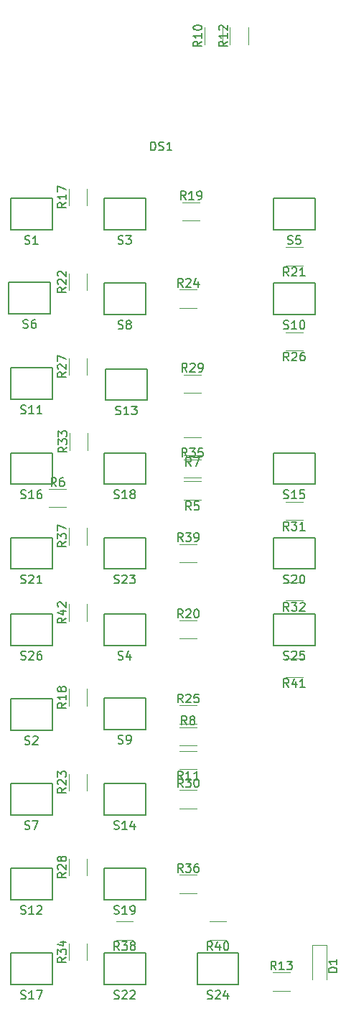
<source format=gbr>
G04 #@! TF.FileFunction,Legend,Top*
%FSLAX46Y46*%
G04 Gerber Fmt 4.6, Leading zero omitted, Abs format (unit mm)*
G04 Created by KiCad (PCBNEW 4.0.6) date 07/28/17 14:14:33*
%MOMM*%
%LPD*%
G01*
G04 APERTURE LIST*
%ADD10C,0.100000*%
%ADD11C,0.150000*%
%ADD12C,0.120000*%
G04 APERTURE END LIST*
D10*
D11*
X70450000Y-113150000D02*
X65550000Y-113150000D01*
X65550000Y-113150000D02*
X65550000Y-116850000D01*
X65550000Y-116850000D02*
X70450000Y-116850000D01*
X70450000Y-116850000D02*
X70450000Y-113150000D01*
X101450000Y-113150000D02*
X96550000Y-113150000D01*
X96550000Y-113150000D02*
X96550000Y-116850000D01*
X96550000Y-116850000D02*
X101450000Y-116850000D01*
X101450000Y-116850000D02*
X101450000Y-113150000D01*
X92450000Y-153150000D02*
X87550000Y-153150000D01*
X87550000Y-153150000D02*
X87550000Y-156850000D01*
X87550000Y-156850000D02*
X92450000Y-156850000D01*
X92450000Y-156850000D02*
X92450000Y-153150000D01*
X81450000Y-104150000D02*
X76550000Y-104150000D01*
X76550000Y-104150000D02*
X76550000Y-107850000D01*
X76550000Y-107850000D02*
X81450000Y-107850000D01*
X81450000Y-107850000D02*
X81450000Y-104150000D01*
X81450000Y-153150000D02*
X76550000Y-153150000D01*
X76550000Y-153150000D02*
X76550000Y-156850000D01*
X76550000Y-156850000D02*
X81450000Y-156850000D01*
X81450000Y-156850000D02*
X81450000Y-153150000D01*
X70450000Y-104150000D02*
X65550000Y-104150000D01*
X65550000Y-104150000D02*
X65550000Y-107850000D01*
X65550000Y-107850000D02*
X70450000Y-107850000D01*
X70450000Y-107850000D02*
X70450000Y-104150000D01*
X101450000Y-104150000D02*
X96550000Y-104150000D01*
X96550000Y-104150000D02*
X96550000Y-107850000D01*
X96550000Y-107850000D02*
X101450000Y-107850000D01*
X101450000Y-107850000D02*
X101450000Y-104150000D01*
X81450000Y-143150000D02*
X76550000Y-143150000D01*
X76550000Y-143150000D02*
X76550000Y-146850000D01*
X76550000Y-146850000D02*
X81450000Y-146850000D01*
X81450000Y-146850000D02*
X81450000Y-143150000D01*
X81450000Y-94150000D02*
X76550000Y-94150000D01*
X76550000Y-94150000D02*
X76550000Y-97850000D01*
X76550000Y-97850000D02*
X81450000Y-97850000D01*
X81450000Y-97850000D02*
X81450000Y-94150000D01*
X70450000Y-153150000D02*
X65550000Y-153150000D01*
X65550000Y-153150000D02*
X65550000Y-156850000D01*
X65550000Y-156850000D02*
X70450000Y-156850000D01*
X70450000Y-156850000D02*
X70450000Y-153150000D01*
X70450000Y-94150000D02*
X65550000Y-94150000D01*
X65550000Y-94150000D02*
X65550000Y-97850000D01*
X65550000Y-97850000D02*
X70450000Y-97850000D01*
X70450000Y-97850000D02*
X70450000Y-94150000D01*
X101450000Y-94150000D02*
X96550000Y-94150000D01*
X96550000Y-94150000D02*
X96550000Y-97850000D01*
X96550000Y-97850000D02*
X101450000Y-97850000D01*
X101450000Y-97850000D02*
X101450000Y-94150000D01*
X81450000Y-133150000D02*
X76550000Y-133150000D01*
X76550000Y-133150000D02*
X76550000Y-136850000D01*
X76550000Y-136850000D02*
X81450000Y-136850000D01*
X81450000Y-136850000D02*
X81450000Y-133150000D01*
X81650000Y-84250000D02*
X76750000Y-84250000D01*
X76750000Y-84250000D02*
X76750000Y-87950000D01*
X76750000Y-87950000D02*
X81650000Y-87950000D01*
X81650000Y-87950000D02*
X81650000Y-84250000D01*
X70450000Y-143150000D02*
X65550000Y-143150000D01*
X65550000Y-143150000D02*
X65550000Y-146850000D01*
X65550000Y-146850000D02*
X70450000Y-146850000D01*
X70450000Y-146850000D02*
X70450000Y-143150000D01*
X101450000Y-74150000D02*
X96550000Y-74150000D01*
X96550000Y-74150000D02*
X96550000Y-77850000D01*
X96550000Y-77850000D02*
X101450000Y-77850000D01*
X101450000Y-77850000D02*
X101450000Y-74150000D01*
X81450000Y-123050000D02*
X76550000Y-123050000D01*
X76550000Y-123050000D02*
X76550000Y-126750000D01*
X76550000Y-126750000D02*
X81450000Y-126750000D01*
X81450000Y-126750000D02*
X81450000Y-123050000D01*
X81450000Y-74150000D02*
X76550000Y-74150000D01*
X76550000Y-74150000D02*
X76550000Y-77850000D01*
X76550000Y-77850000D02*
X81450000Y-77850000D01*
X81450000Y-77850000D02*
X81450000Y-74150000D01*
X70450000Y-133150000D02*
X65550000Y-133150000D01*
X65550000Y-133150000D02*
X65550000Y-136850000D01*
X65550000Y-136850000D02*
X70450000Y-136850000D01*
X70450000Y-136850000D02*
X70450000Y-133150000D01*
X70250000Y-74050000D02*
X65350000Y-74050000D01*
X65350000Y-74050000D02*
X65350000Y-77750000D01*
X65350000Y-77750000D02*
X70250000Y-77750000D01*
X70250000Y-77750000D02*
X70250000Y-74050000D01*
X81450000Y-113150000D02*
X76550000Y-113150000D01*
X76550000Y-113150000D02*
X76550000Y-116850000D01*
X76550000Y-116850000D02*
X81450000Y-116850000D01*
X81450000Y-116850000D02*
X81450000Y-113150000D01*
X81450000Y-64150000D02*
X76550000Y-64150000D01*
X76550000Y-64150000D02*
X76550000Y-67850000D01*
X76550000Y-67850000D02*
X81450000Y-67850000D01*
X81450000Y-67850000D02*
X81450000Y-64150000D01*
X70450000Y-123150000D02*
X65550000Y-123150000D01*
X65550000Y-123150000D02*
X65550000Y-126850000D01*
X65550000Y-126850000D02*
X70450000Y-126850000D01*
X70450000Y-126850000D02*
X70450000Y-123150000D01*
X70450000Y-64150000D02*
X65550000Y-64150000D01*
X65550000Y-64150000D02*
X65550000Y-67850000D01*
X65550000Y-67850000D02*
X70450000Y-67850000D01*
X70450000Y-67850000D02*
X70450000Y-64150000D01*
D12*
X74570000Y-112000000D02*
X74570000Y-114000000D01*
X72430000Y-114000000D02*
X72430000Y-112000000D01*
X98000000Y-118430000D02*
X100000000Y-118430000D01*
X100000000Y-120570000D02*
X98000000Y-120570000D01*
X89000000Y-149430000D02*
X91000000Y-149430000D01*
X91000000Y-151570000D02*
X89000000Y-151570000D01*
X87500000Y-107070000D02*
X85500000Y-107070000D01*
X85500000Y-104930000D02*
X87500000Y-104930000D01*
X78000000Y-149430000D02*
X80000000Y-149430000D01*
X80000000Y-151570000D02*
X78000000Y-151570000D01*
X74570000Y-103000000D02*
X74570000Y-105000000D01*
X72430000Y-105000000D02*
X72430000Y-103000000D01*
X87500000Y-146070000D02*
X85500000Y-146070000D01*
X85500000Y-143930000D02*
X87500000Y-143930000D01*
X88000000Y-97070000D02*
X86000000Y-97070000D01*
X86000000Y-94930000D02*
X88000000Y-94930000D01*
X74570000Y-152000000D02*
X74570000Y-154000000D01*
X72430000Y-154000000D02*
X72430000Y-152000000D01*
X74670000Y-91850000D02*
X74670000Y-93850000D01*
X72530000Y-93850000D02*
X72530000Y-91850000D01*
X98000000Y-109430000D02*
X100000000Y-109430000D01*
X100000000Y-111570000D02*
X98000000Y-111570000D01*
X98000000Y-99930000D02*
X100000000Y-99930000D01*
X100000000Y-102070000D02*
X98000000Y-102070000D01*
X87500000Y-136070000D02*
X85500000Y-136070000D01*
X85500000Y-133930000D02*
X87500000Y-133930000D01*
X88000000Y-87070000D02*
X86000000Y-87070000D01*
X86000000Y-84930000D02*
X88000000Y-84930000D01*
X74570000Y-142000000D02*
X74570000Y-144000000D01*
X72430000Y-144000000D02*
X72430000Y-142000000D01*
X74570000Y-83000000D02*
X74570000Y-85000000D01*
X72430000Y-85000000D02*
X72430000Y-83000000D01*
X98000000Y-79930000D02*
X100000000Y-79930000D01*
X100000000Y-82070000D02*
X98000000Y-82070000D01*
X87500000Y-126070000D02*
X85500000Y-126070000D01*
X85500000Y-123930000D02*
X87500000Y-123930000D01*
X87500000Y-77070000D02*
X85500000Y-77070000D01*
X85500000Y-74930000D02*
X87500000Y-74930000D01*
X74570000Y-132000000D02*
X74570000Y-134000000D01*
X72430000Y-134000000D02*
X72430000Y-132000000D01*
X74570000Y-73000000D02*
X74570000Y-75000000D01*
X72430000Y-75000000D02*
X72430000Y-73000000D01*
X98000000Y-69930000D02*
X100000000Y-69930000D01*
X100000000Y-72070000D02*
X98000000Y-72070000D01*
X87500000Y-116070000D02*
X85500000Y-116070000D01*
X85500000Y-113930000D02*
X87500000Y-113930000D01*
X87850000Y-66770000D02*
X85850000Y-66770000D01*
X85850000Y-64630000D02*
X87850000Y-64630000D01*
X74570000Y-122000000D02*
X74570000Y-124000000D01*
X72430000Y-124000000D02*
X72430000Y-122000000D01*
X74570000Y-63000000D02*
X74570000Y-65000000D01*
X72430000Y-65000000D02*
X72430000Y-63000000D01*
X98500000Y-157570000D02*
X96500000Y-157570000D01*
X96500000Y-155430000D02*
X98500000Y-155430000D01*
X93570000Y-44000000D02*
X93570000Y-46000000D01*
X91430000Y-46000000D02*
X91430000Y-44000000D01*
X85500000Y-129330000D02*
X87500000Y-129330000D01*
X87500000Y-131470000D02*
X85500000Y-131470000D01*
X90570000Y-44000000D02*
X90570000Y-46000000D01*
X88430000Y-46000000D02*
X88430000Y-44000000D01*
X87500000Y-128670000D02*
X85500000Y-128670000D01*
X85500000Y-126530000D02*
X87500000Y-126530000D01*
X86000000Y-92330000D02*
X88000000Y-92330000D01*
X88000000Y-94470000D02*
X86000000Y-94470000D01*
X72100000Y-100570000D02*
X70100000Y-100570000D01*
X70100000Y-98430000D02*
X72100000Y-98430000D01*
X86000000Y-97530000D02*
X88000000Y-97530000D01*
X88000000Y-99670000D02*
X86000000Y-99670000D01*
X102850000Y-152150000D02*
X101150000Y-152150000D01*
X101150000Y-152200000D02*
X101150000Y-156250000D01*
X102850000Y-152200000D02*
X102850000Y-156250000D01*
D11*
X101450000Y-64150000D02*
X96550000Y-64150000D01*
X96550000Y-64150000D02*
X96550000Y-67850000D01*
X96550000Y-67850000D02*
X101450000Y-67850000D01*
X101450000Y-67850000D02*
X101450000Y-64150000D01*
X70450000Y-84150000D02*
X65550000Y-84150000D01*
X65550000Y-84150000D02*
X65550000Y-87850000D01*
X65550000Y-87850000D02*
X70450000Y-87850000D01*
X70450000Y-87850000D02*
X70450000Y-84150000D01*
X82085714Y-58502381D02*
X82085714Y-57502381D01*
X82323809Y-57502381D01*
X82466667Y-57550000D01*
X82561905Y-57645238D01*
X82609524Y-57740476D01*
X82657143Y-57930952D01*
X82657143Y-58073810D01*
X82609524Y-58264286D01*
X82561905Y-58359524D01*
X82466667Y-58454762D01*
X82323809Y-58502381D01*
X82085714Y-58502381D01*
X83038095Y-58454762D02*
X83180952Y-58502381D01*
X83419048Y-58502381D01*
X83514286Y-58454762D01*
X83561905Y-58407143D01*
X83609524Y-58311905D01*
X83609524Y-58216667D01*
X83561905Y-58121429D01*
X83514286Y-58073810D01*
X83419048Y-58026190D01*
X83228571Y-57978571D01*
X83133333Y-57930952D01*
X83085714Y-57883333D01*
X83038095Y-57788095D01*
X83038095Y-57692857D01*
X83085714Y-57597619D01*
X83133333Y-57550000D01*
X83228571Y-57502381D01*
X83466667Y-57502381D01*
X83609524Y-57550000D01*
X84561905Y-58502381D02*
X83990476Y-58502381D01*
X84276190Y-58502381D02*
X84276190Y-57502381D01*
X84180952Y-57645238D01*
X84085714Y-57740476D01*
X83990476Y-57788095D01*
X66761905Y-118504762D02*
X66904762Y-118552381D01*
X67142858Y-118552381D01*
X67238096Y-118504762D01*
X67285715Y-118457143D01*
X67333334Y-118361905D01*
X67333334Y-118266667D01*
X67285715Y-118171429D01*
X67238096Y-118123810D01*
X67142858Y-118076190D01*
X66952381Y-118028571D01*
X66857143Y-117980952D01*
X66809524Y-117933333D01*
X66761905Y-117838095D01*
X66761905Y-117742857D01*
X66809524Y-117647619D01*
X66857143Y-117600000D01*
X66952381Y-117552381D01*
X67190477Y-117552381D01*
X67333334Y-117600000D01*
X67714286Y-117647619D02*
X67761905Y-117600000D01*
X67857143Y-117552381D01*
X68095239Y-117552381D01*
X68190477Y-117600000D01*
X68238096Y-117647619D01*
X68285715Y-117742857D01*
X68285715Y-117838095D01*
X68238096Y-117980952D01*
X67666667Y-118552381D01*
X68285715Y-118552381D01*
X69142858Y-117552381D02*
X68952381Y-117552381D01*
X68857143Y-117600000D01*
X68809524Y-117647619D01*
X68714286Y-117790476D01*
X68666667Y-117980952D01*
X68666667Y-118361905D01*
X68714286Y-118457143D01*
X68761905Y-118504762D01*
X68857143Y-118552381D01*
X69047620Y-118552381D01*
X69142858Y-118504762D01*
X69190477Y-118457143D01*
X69238096Y-118361905D01*
X69238096Y-118123810D01*
X69190477Y-118028571D01*
X69142858Y-117980952D01*
X69047620Y-117933333D01*
X68857143Y-117933333D01*
X68761905Y-117980952D01*
X68714286Y-118028571D01*
X68666667Y-118123810D01*
X97761905Y-118504762D02*
X97904762Y-118552381D01*
X98142858Y-118552381D01*
X98238096Y-118504762D01*
X98285715Y-118457143D01*
X98333334Y-118361905D01*
X98333334Y-118266667D01*
X98285715Y-118171429D01*
X98238096Y-118123810D01*
X98142858Y-118076190D01*
X97952381Y-118028571D01*
X97857143Y-117980952D01*
X97809524Y-117933333D01*
X97761905Y-117838095D01*
X97761905Y-117742857D01*
X97809524Y-117647619D01*
X97857143Y-117600000D01*
X97952381Y-117552381D01*
X98190477Y-117552381D01*
X98333334Y-117600000D01*
X98714286Y-117647619D02*
X98761905Y-117600000D01*
X98857143Y-117552381D01*
X99095239Y-117552381D01*
X99190477Y-117600000D01*
X99238096Y-117647619D01*
X99285715Y-117742857D01*
X99285715Y-117838095D01*
X99238096Y-117980952D01*
X98666667Y-118552381D01*
X99285715Y-118552381D01*
X100190477Y-117552381D02*
X99714286Y-117552381D01*
X99666667Y-118028571D01*
X99714286Y-117980952D01*
X99809524Y-117933333D01*
X100047620Y-117933333D01*
X100142858Y-117980952D01*
X100190477Y-118028571D01*
X100238096Y-118123810D01*
X100238096Y-118361905D01*
X100190477Y-118457143D01*
X100142858Y-118504762D01*
X100047620Y-118552381D01*
X99809524Y-118552381D01*
X99714286Y-118504762D01*
X99666667Y-118457143D01*
X88761905Y-158504762D02*
X88904762Y-158552381D01*
X89142858Y-158552381D01*
X89238096Y-158504762D01*
X89285715Y-158457143D01*
X89333334Y-158361905D01*
X89333334Y-158266667D01*
X89285715Y-158171429D01*
X89238096Y-158123810D01*
X89142858Y-158076190D01*
X88952381Y-158028571D01*
X88857143Y-157980952D01*
X88809524Y-157933333D01*
X88761905Y-157838095D01*
X88761905Y-157742857D01*
X88809524Y-157647619D01*
X88857143Y-157600000D01*
X88952381Y-157552381D01*
X89190477Y-157552381D01*
X89333334Y-157600000D01*
X89714286Y-157647619D02*
X89761905Y-157600000D01*
X89857143Y-157552381D01*
X90095239Y-157552381D01*
X90190477Y-157600000D01*
X90238096Y-157647619D01*
X90285715Y-157742857D01*
X90285715Y-157838095D01*
X90238096Y-157980952D01*
X89666667Y-158552381D01*
X90285715Y-158552381D01*
X91142858Y-157885714D02*
X91142858Y-158552381D01*
X90904762Y-157504762D02*
X90666667Y-158219048D01*
X91285715Y-158219048D01*
X77761905Y-109504762D02*
X77904762Y-109552381D01*
X78142858Y-109552381D01*
X78238096Y-109504762D01*
X78285715Y-109457143D01*
X78333334Y-109361905D01*
X78333334Y-109266667D01*
X78285715Y-109171429D01*
X78238096Y-109123810D01*
X78142858Y-109076190D01*
X77952381Y-109028571D01*
X77857143Y-108980952D01*
X77809524Y-108933333D01*
X77761905Y-108838095D01*
X77761905Y-108742857D01*
X77809524Y-108647619D01*
X77857143Y-108600000D01*
X77952381Y-108552381D01*
X78190477Y-108552381D01*
X78333334Y-108600000D01*
X78714286Y-108647619D02*
X78761905Y-108600000D01*
X78857143Y-108552381D01*
X79095239Y-108552381D01*
X79190477Y-108600000D01*
X79238096Y-108647619D01*
X79285715Y-108742857D01*
X79285715Y-108838095D01*
X79238096Y-108980952D01*
X78666667Y-109552381D01*
X79285715Y-109552381D01*
X79619048Y-108552381D02*
X80238096Y-108552381D01*
X79904762Y-108933333D01*
X80047620Y-108933333D01*
X80142858Y-108980952D01*
X80190477Y-109028571D01*
X80238096Y-109123810D01*
X80238096Y-109361905D01*
X80190477Y-109457143D01*
X80142858Y-109504762D01*
X80047620Y-109552381D01*
X79761905Y-109552381D01*
X79666667Y-109504762D01*
X79619048Y-109457143D01*
X77761905Y-158504762D02*
X77904762Y-158552381D01*
X78142858Y-158552381D01*
X78238096Y-158504762D01*
X78285715Y-158457143D01*
X78333334Y-158361905D01*
X78333334Y-158266667D01*
X78285715Y-158171429D01*
X78238096Y-158123810D01*
X78142858Y-158076190D01*
X77952381Y-158028571D01*
X77857143Y-157980952D01*
X77809524Y-157933333D01*
X77761905Y-157838095D01*
X77761905Y-157742857D01*
X77809524Y-157647619D01*
X77857143Y-157600000D01*
X77952381Y-157552381D01*
X78190477Y-157552381D01*
X78333334Y-157600000D01*
X78714286Y-157647619D02*
X78761905Y-157600000D01*
X78857143Y-157552381D01*
X79095239Y-157552381D01*
X79190477Y-157600000D01*
X79238096Y-157647619D01*
X79285715Y-157742857D01*
X79285715Y-157838095D01*
X79238096Y-157980952D01*
X78666667Y-158552381D01*
X79285715Y-158552381D01*
X79666667Y-157647619D02*
X79714286Y-157600000D01*
X79809524Y-157552381D01*
X80047620Y-157552381D01*
X80142858Y-157600000D01*
X80190477Y-157647619D01*
X80238096Y-157742857D01*
X80238096Y-157838095D01*
X80190477Y-157980952D01*
X79619048Y-158552381D01*
X80238096Y-158552381D01*
X66761905Y-109504762D02*
X66904762Y-109552381D01*
X67142858Y-109552381D01*
X67238096Y-109504762D01*
X67285715Y-109457143D01*
X67333334Y-109361905D01*
X67333334Y-109266667D01*
X67285715Y-109171429D01*
X67238096Y-109123810D01*
X67142858Y-109076190D01*
X66952381Y-109028571D01*
X66857143Y-108980952D01*
X66809524Y-108933333D01*
X66761905Y-108838095D01*
X66761905Y-108742857D01*
X66809524Y-108647619D01*
X66857143Y-108600000D01*
X66952381Y-108552381D01*
X67190477Y-108552381D01*
X67333334Y-108600000D01*
X67714286Y-108647619D02*
X67761905Y-108600000D01*
X67857143Y-108552381D01*
X68095239Y-108552381D01*
X68190477Y-108600000D01*
X68238096Y-108647619D01*
X68285715Y-108742857D01*
X68285715Y-108838095D01*
X68238096Y-108980952D01*
X67666667Y-109552381D01*
X68285715Y-109552381D01*
X69238096Y-109552381D02*
X68666667Y-109552381D01*
X68952381Y-109552381D02*
X68952381Y-108552381D01*
X68857143Y-108695238D01*
X68761905Y-108790476D01*
X68666667Y-108838095D01*
X97761905Y-109504762D02*
X97904762Y-109552381D01*
X98142858Y-109552381D01*
X98238096Y-109504762D01*
X98285715Y-109457143D01*
X98333334Y-109361905D01*
X98333334Y-109266667D01*
X98285715Y-109171429D01*
X98238096Y-109123810D01*
X98142858Y-109076190D01*
X97952381Y-109028571D01*
X97857143Y-108980952D01*
X97809524Y-108933333D01*
X97761905Y-108838095D01*
X97761905Y-108742857D01*
X97809524Y-108647619D01*
X97857143Y-108600000D01*
X97952381Y-108552381D01*
X98190477Y-108552381D01*
X98333334Y-108600000D01*
X98714286Y-108647619D02*
X98761905Y-108600000D01*
X98857143Y-108552381D01*
X99095239Y-108552381D01*
X99190477Y-108600000D01*
X99238096Y-108647619D01*
X99285715Y-108742857D01*
X99285715Y-108838095D01*
X99238096Y-108980952D01*
X98666667Y-109552381D01*
X99285715Y-109552381D01*
X99904762Y-108552381D02*
X100000001Y-108552381D01*
X100095239Y-108600000D01*
X100142858Y-108647619D01*
X100190477Y-108742857D01*
X100238096Y-108933333D01*
X100238096Y-109171429D01*
X100190477Y-109361905D01*
X100142858Y-109457143D01*
X100095239Y-109504762D01*
X100000001Y-109552381D01*
X99904762Y-109552381D01*
X99809524Y-109504762D01*
X99761905Y-109457143D01*
X99714286Y-109361905D01*
X99666667Y-109171429D01*
X99666667Y-108933333D01*
X99714286Y-108742857D01*
X99761905Y-108647619D01*
X99809524Y-108600000D01*
X99904762Y-108552381D01*
X77761905Y-148504762D02*
X77904762Y-148552381D01*
X78142858Y-148552381D01*
X78238096Y-148504762D01*
X78285715Y-148457143D01*
X78333334Y-148361905D01*
X78333334Y-148266667D01*
X78285715Y-148171429D01*
X78238096Y-148123810D01*
X78142858Y-148076190D01*
X77952381Y-148028571D01*
X77857143Y-147980952D01*
X77809524Y-147933333D01*
X77761905Y-147838095D01*
X77761905Y-147742857D01*
X77809524Y-147647619D01*
X77857143Y-147600000D01*
X77952381Y-147552381D01*
X78190477Y-147552381D01*
X78333334Y-147600000D01*
X79285715Y-148552381D02*
X78714286Y-148552381D01*
X79000000Y-148552381D02*
X79000000Y-147552381D01*
X78904762Y-147695238D01*
X78809524Y-147790476D01*
X78714286Y-147838095D01*
X79761905Y-148552381D02*
X79952381Y-148552381D01*
X80047620Y-148504762D01*
X80095239Y-148457143D01*
X80190477Y-148314286D01*
X80238096Y-148123810D01*
X80238096Y-147742857D01*
X80190477Y-147647619D01*
X80142858Y-147600000D01*
X80047620Y-147552381D01*
X79857143Y-147552381D01*
X79761905Y-147600000D01*
X79714286Y-147647619D01*
X79666667Y-147742857D01*
X79666667Y-147980952D01*
X79714286Y-148076190D01*
X79761905Y-148123810D01*
X79857143Y-148171429D01*
X80047620Y-148171429D01*
X80142858Y-148123810D01*
X80190477Y-148076190D01*
X80238096Y-147980952D01*
X77761905Y-99504762D02*
X77904762Y-99552381D01*
X78142858Y-99552381D01*
X78238096Y-99504762D01*
X78285715Y-99457143D01*
X78333334Y-99361905D01*
X78333334Y-99266667D01*
X78285715Y-99171429D01*
X78238096Y-99123810D01*
X78142858Y-99076190D01*
X77952381Y-99028571D01*
X77857143Y-98980952D01*
X77809524Y-98933333D01*
X77761905Y-98838095D01*
X77761905Y-98742857D01*
X77809524Y-98647619D01*
X77857143Y-98600000D01*
X77952381Y-98552381D01*
X78190477Y-98552381D01*
X78333334Y-98600000D01*
X79285715Y-99552381D02*
X78714286Y-99552381D01*
X79000000Y-99552381D02*
X79000000Y-98552381D01*
X78904762Y-98695238D01*
X78809524Y-98790476D01*
X78714286Y-98838095D01*
X79857143Y-98980952D02*
X79761905Y-98933333D01*
X79714286Y-98885714D01*
X79666667Y-98790476D01*
X79666667Y-98742857D01*
X79714286Y-98647619D01*
X79761905Y-98600000D01*
X79857143Y-98552381D01*
X80047620Y-98552381D01*
X80142858Y-98600000D01*
X80190477Y-98647619D01*
X80238096Y-98742857D01*
X80238096Y-98790476D01*
X80190477Y-98885714D01*
X80142858Y-98933333D01*
X80047620Y-98980952D01*
X79857143Y-98980952D01*
X79761905Y-99028571D01*
X79714286Y-99076190D01*
X79666667Y-99171429D01*
X79666667Y-99361905D01*
X79714286Y-99457143D01*
X79761905Y-99504762D01*
X79857143Y-99552381D01*
X80047620Y-99552381D01*
X80142858Y-99504762D01*
X80190477Y-99457143D01*
X80238096Y-99361905D01*
X80238096Y-99171429D01*
X80190477Y-99076190D01*
X80142858Y-99028571D01*
X80047620Y-98980952D01*
X66761905Y-158504762D02*
X66904762Y-158552381D01*
X67142858Y-158552381D01*
X67238096Y-158504762D01*
X67285715Y-158457143D01*
X67333334Y-158361905D01*
X67333334Y-158266667D01*
X67285715Y-158171429D01*
X67238096Y-158123810D01*
X67142858Y-158076190D01*
X66952381Y-158028571D01*
X66857143Y-157980952D01*
X66809524Y-157933333D01*
X66761905Y-157838095D01*
X66761905Y-157742857D01*
X66809524Y-157647619D01*
X66857143Y-157600000D01*
X66952381Y-157552381D01*
X67190477Y-157552381D01*
X67333334Y-157600000D01*
X68285715Y-158552381D02*
X67714286Y-158552381D01*
X68000000Y-158552381D02*
X68000000Y-157552381D01*
X67904762Y-157695238D01*
X67809524Y-157790476D01*
X67714286Y-157838095D01*
X68619048Y-157552381D02*
X69285715Y-157552381D01*
X68857143Y-158552381D01*
X66761905Y-99504762D02*
X66904762Y-99552381D01*
X67142858Y-99552381D01*
X67238096Y-99504762D01*
X67285715Y-99457143D01*
X67333334Y-99361905D01*
X67333334Y-99266667D01*
X67285715Y-99171429D01*
X67238096Y-99123810D01*
X67142858Y-99076190D01*
X66952381Y-99028571D01*
X66857143Y-98980952D01*
X66809524Y-98933333D01*
X66761905Y-98838095D01*
X66761905Y-98742857D01*
X66809524Y-98647619D01*
X66857143Y-98600000D01*
X66952381Y-98552381D01*
X67190477Y-98552381D01*
X67333334Y-98600000D01*
X68285715Y-99552381D02*
X67714286Y-99552381D01*
X68000000Y-99552381D02*
X68000000Y-98552381D01*
X67904762Y-98695238D01*
X67809524Y-98790476D01*
X67714286Y-98838095D01*
X69142858Y-98552381D02*
X68952381Y-98552381D01*
X68857143Y-98600000D01*
X68809524Y-98647619D01*
X68714286Y-98790476D01*
X68666667Y-98980952D01*
X68666667Y-99361905D01*
X68714286Y-99457143D01*
X68761905Y-99504762D01*
X68857143Y-99552381D01*
X69047620Y-99552381D01*
X69142858Y-99504762D01*
X69190477Y-99457143D01*
X69238096Y-99361905D01*
X69238096Y-99123810D01*
X69190477Y-99028571D01*
X69142858Y-98980952D01*
X69047620Y-98933333D01*
X68857143Y-98933333D01*
X68761905Y-98980952D01*
X68714286Y-99028571D01*
X68666667Y-99123810D01*
X97761905Y-99504762D02*
X97904762Y-99552381D01*
X98142858Y-99552381D01*
X98238096Y-99504762D01*
X98285715Y-99457143D01*
X98333334Y-99361905D01*
X98333334Y-99266667D01*
X98285715Y-99171429D01*
X98238096Y-99123810D01*
X98142858Y-99076190D01*
X97952381Y-99028571D01*
X97857143Y-98980952D01*
X97809524Y-98933333D01*
X97761905Y-98838095D01*
X97761905Y-98742857D01*
X97809524Y-98647619D01*
X97857143Y-98600000D01*
X97952381Y-98552381D01*
X98190477Y-98552381D01*
X98333334Y-98600000D01*
X99285715Y-99552381D02*
X98714286Y-99552381D01*
X99000000Y-99552381D02*
X99000000Y-98552381D01*
X98904762Y-98695238D01*
X98809524Y-98790476D01*
X98714286Y-98838095D01*
X100190477Y-98552381D02*
X99714286Y-98552381D01*
X99666667Y-99028571D01*
X99714286Y-98980952D01*
X99809524Y-98933333D01*
X100047620Y-98933333D01*
X100142858Y-98980952D01*
X100190477Y-99028571D01*
X100238096Y-99123810D01*
X100238096Y-99361905D01*
X100190477Y-99457143D01*
X100142858Y-99504762D01*
X100047620Y-99552381D01*
X99809524Y-99552381D01*
X99714286Y-99504762D01*
X99666667Y-99457143D01*
X77761905Y-138504762D02*
X77904762Y-138552381D01*
X78142858Y-138552381D01*
X78238096Y-138504762D01*
X78285715Y-138457143D01*
X78333334Y-138361905D01*
X78333334Y-138266667D01*
X78285715Y-138171429D01*
X78238096Y-138123810D01*
X78142858Y-138076190D01*
X77952381Y-138028571D01*
X77857143Y-137980952D01*
X77809524Y-137933333D01*
X77761905Y-137838095D01*
X77761905Y-137742857D01*
X77809524Y-137647619D01*
X77857143Y-137600000D01*
X77952381Y-137552381D01*
X78190477Y-137552381D01*
X78333334Y-137600000D01*
X79285715Y-138552381D02*
X78714286Y-138552381D01*
X79000000Y-138552381D02*
X79000000Y-137552381D01*
X78904762Y-137695238D01*
X78809524Y-137790476D01*
X78714286Y-137838095D01*
X80142858Y-137885714D02*
X80142858Y-138552381D01*
X79904762Y-137504762D02*
X79666667Y-138219048D01*
X80285715Y-138219048D01*
X77961905Y-89604762D02*
X78104762Y-89652381D01*
X78342858Y-89652381D01*
X78438096Y-89604762D01*
X78485715Y-89557143D01*
X78533334Y-89461905D01*
X78533334Y-89366667D01*
X78485715Y-89271429D01*
X78438096Y-89223810D01*
X78342858Y-89176190D01*
X78152381Y-89128571D01*
X78057143Y-89080952D01*
X78009524Y-89033333D01*
X77961905Y-88938095D01*
X77961905Y-88842857D01*
X78009524Y-88747619D01*
X78057143Y-88700000D01*
X78152381Y-88652381D01*
X78390477Y-88652381D01*
X78533334Y-88700000D01*
X79485715Y-89652381D02*
X78914286Y-89652381D01*
X79200000Y-89652381D02*
X79200000Y-88652381D01*
X79104762Y-88795238D01*
X79009524Y-88890476D01*
X78914286Y-88938095D01*
X79819048Y-88652381D02*
X80438096Y-88652381D01*
X80104762Y-89033333D01*
X80247620Y-89033333D01*
X80342858Y-89080952D01*
X80390477Y-89128571D01*
X80438096Y-89223810D01*
X80438096Y-89461905D01*
X80390477Y-89557143D01*
X80342858Y-89604762D01*
X80247620Y-89652381D01*
X79961905Y-89652381D01*
X79866667Y-89604762D01*
X79819048Y-89557143D01*
X66761905Y-148504762D02*
X66904762Y-148552381D01*
X67142858Y-148552381D01*
X67238096Y-148504762D01*
X67285715Y-148457143D01*
X67333334Y-148361905D01*
X67333334Y-148266667D01*
X67285715Y-148171429D01*
X67238096Y-148123810D01*
X67142858Y-148076190D01*
X66952381Y-148028571D01*
X66857143Y-147980952D01*
X66809524Y-147933333D01*
X66761905Y-147838095D01*
X66761905Y-147742857D01*
X66809524Y-147647619D01*
X66857143Y-147600000D01*
X66952381Y-147552381D01*
X67190477Y-147552381D01*
X67333334Y-147600000D01*
X68285715Y-148552381D02*
X67714286Y-148552381D01*
X68000000Y-148552381D02*
X68000000Y-147552381D01*
X67904762Y-147695238D01*
X67809524Y-147790476D01*
X67714286Y-147838095D01*
X68666667Y-147647619D02*
X68714286Y-147600000D01*
X68809524Y-147552381D01*
X69047620Y-147552381D01*
X69142858Y-147600000D01*
X69190477Y-147647619D01*
X69238096Y-147742857D01*
X69238096Y-147838095D01*
X69190477Y-147980952D01*
X68619048Y-148552381D01*
X69238096Y-148552381D01*
X97761905Y-79504762D02*
X97904762Y-79552381D01*
X98142858Y-79552381D01*
X98238096Y-79504762D01*
X98285715Y-79457143D01*
X98333334Y-79361905D01*
X98333334Y-79266667D01*
X98285715Y-79171429D01*
X98238096Y-79123810D01*
X98142858Y-79076190D01*
X97952381Y-79028571D01*
X97857143Y-78980952D01*
X97809524Y-78933333D01*
X97761905Y-78838095D01*
X97761905Y-78742857D01*
X97809524Y-78647619D01*
X97857143Y-78600000D01*
X97952381Y-78552381D01*
X98190477Y-78552381D01*
X98333334Y-78600000D01*
X99285715Y-79552381D02*
X98714286Y-79552381D01*
X99000000Y-79552381D02*
X99000000Y-78552381D01*
X98904762Y-78695238D01*
X98809524Y-78790476D01*
X98714286Y-78838095D01*
X99904762Y-78552381D02*
X100000001Y-78552381D01*
X100095239Y-78600000D01*
X100142858Y-78647619D01*
X100190477Y-78742857D01*
X100238096Y-78933333D01*
X100238096Y-79171429D01*
X100190477Y-79361905D01*
X100142858Y-79457143D01*
X100095239Y-79504762D01*
X100000001Y-79552381D01*
X99904762Y-79552381D01*
X99809524Y-79504762D01*
X99761905Y-79457143D01*
X99714286Y-79361905D01*
X99666667Y-79171429D01*
X99666667Y-78933333D01*
X99714286Y-78742857D01*
X99761905Y-78647619D01*
X99809524Y-78600000D01*
X99904762Y-78552381D01*
X78238095Y-128404762D02*
X78380952Y-128452381D01*
X78619048Y-128452381D01*
X78714286Y-128404762D01*
X78761905Y-128357143D01*
X78809524Y-128261905D01*
X78809524Y-128166667D01*
X78761905Y-128071429D01*
X78714286Y-128023810D01*
X78619048Y-127976190D01*
X78428571Y-127928571D01*
X78333333Y-127880952D01*
X78285714Y-127833333D01*
X78238095Y-127738095D01*
X78238095Y-127642857D01*
X78285714Y-127547619D01*
X78333333Y-127500000D01*
X78428571Y-127452381D01*
X78666667Y-127452381D01*
X78809524Y-127500000D01*
X79285714Y-128452381D02*
X79476190Y-128452381D01*
X79571429Y-128404762D01*
X79619048Y-128357143D01*
X79714286Y-128214286D01*
X79761905Y-128023810D01*
X79761905Y-127642857D01*
X79714286Y-127547619D01*
X79666667Y-127500000D01*
X79571429Y-127452381D01*
X79380952Y-127452381D01*
X79285714Y-127500000D01*
X79238095Y-127547619D01*
X79190476Y-127642857D01*
X79190476Y-127880952D01*
X79238095Y-127976190D01*
X79285714Y-128023810D01*
X79380952Y-128071429D01*
X79571429Y-128071429D01*
X79666667Y-128023810D01*
X79714286Y-127976190D01*
X79761905Y-127880952D01*
X78238095Y-79504762D02*
X78380952Y-79552381D01*
X78619048Y-79552381D01*
X78714286Y-79504762D01*
X78761905Y-79457143D01*
X78809524Y-79361905D01*
X78809524Y-79266667D01*
X78761905Y-79171429D01*
X78714286Y-79123810D01*
X78619048Y-79076190D01*
X78428571Y-79028571D01*
X78333333Y-78980952D01*
X78285714Y-78933333D01*
X78238095Y-78838095D01*
X78238095Y-78742857D01*
X78285714Y-78647619D01*
X78333333Y-78600000D01*
X78428571Y-78552381D01*
X78666667Y-78552381D01*
X78809524Y-78600000D01*
X79380952Y-78980952D02*
X79285714Y-78933333D01*
X79238095Y-78885714D01*
X79190476Y-78790476D01*
X79190476Y-78742857D01*
X79238095Y-78647619D01*
X79285714Y-78600000D01*
X79380952Y-78552381D01*
X79571429Y-78552381D01*
X79666667Y-78600000D01*
X79714286Y-78647619D01*
X79761905Y-78742857D01*
X79761905Y-78790476D01*
X79714286Y-78885714D01*
X79666667Y-78933333D01*
X79571429Y-78980952D01*
X79380952Y-78980952D01*
X79285714Y-79028571D01*
X79238095Y-79076190D01*
X79190476Y-79171429D01*
X79190476Y-79361905D01*
X79238095Y-79457143D01*
X79285714Y-79504762D01*
X79380952Y-79552381D01*
X79571429Y-79552381D01*
X79666667Y-79504762D01*
X79714286Y-79457143D01*
X79761905Y-79361905D01*
X79761905Y-79171429D01*
X79714286Y-79076190D01*
X79666667Y-79028571D01*
X79571429Y-78980952D01*
X67238095Y-138504762D02*
X67380952Y-138552381D01*
X67619048Y-138552381D01*
X67714286Y-138504762D01*
X67761905Y-138457143D01*
X67809524Y-138361905D01*
X67809524Y-138266667D01*
X67761905Y-138171429D01*
X67714286Y-138123810D01*
X67619048Y-138076190D01*
X67428571Y-138028571D01*
X67333333Y-137980952D01*
X67285714Y-137933333D01*
X67238095Y-137838095D01*
X67238095Y-137742857D01*
X67285714Y-137647619D01*
X67333333Y-137600000D01*
X67428571Y-137552381D01*
X67666667Y-137552381D01*
X67809524Y-137600000D01*
X68142857Y-137552381D02*
X68809524Y-137552381D01*
X68380952Y-138552381D01*
X67038095Y-79404762D02*
X67180952Y-79452381D01*
X67419048Y-79452381D01*
X67514286Y-79404762D01*
X67561905Y-79357143D01*
X67609524Y-79261905D01*
X67609524Y-79166667D01*
X67561905Y-79071429D01*
X67514286Y-79023810D01*
X67419048Y-78976190D01*
X67228571Y-78928571D01*
X67133333Y-78880952D01*
X67085714Y-78833333D01*
X67038095Y-78738095D01*
X67038095Y-78642857D01*
X67085714Y-78547619D01*
X67133333Y-78500000D01*
X67228571Y-78452381D01*
X67466667Y-78452381D01*
X67609524Y-78500000D01*
X68466667Y-78452381D02*
X68276190Y-78452381D01*
X68180952Y-78500000D01*
X68133333Y-78547619D01*
X68038095Y-78690476D01*
X67990476Y-78880952D01*
X67990476Y-79261905D01*
X68038095Y-79357143D01*
X68085714Y-79404762D01*
X68180952Y-79452381D01*
X68371429Y-79452381D01*
X68466667Y-79404762D01*
X68514286Y-79357143D01*
X68561905Y-79261905D01*
X68561905Y-79023810D01*
X68514286Y-78928571D01*
X68466667Y-78880952D01*
X68371429Y-78833333D01*
X68180952Y-78833333D01*
X68085714Y-78880952D01*
X68038095Y-78928571D01*
X67990476Y-79023810D01*
X78238095Y-118504762D02*
X78380952Y-118552381D01*
X78619048Y-118552381D01*
X78714286Y-118504762D01*
X78761905Y-118457143D01*
X78809524Y-118361905D01*
X78809524Y-118266667D01*
X78761905Y-118171429D01*
X78714286Y-118123810D01*
X78619048Y-118076190D01*
X78428571Y-118028571D01*
X78333333Y-117980952D01*
X78285714Y-117933333D01*
X78238095Y-117838095D01*
X78238095Y-117742857D01*
X78285714Y-117647619D01*
X78333333Y-117600000D01*
X78428571Y-117552381D01*
X78666667Y-117552381D01*
X78809524Y-117600000D01*
X79666667Y-117885714D02*
X79666667Y-118552381D01*
X79428571Y-117504762D02*
X79190476Y-118219048D01*
X79809524Y-118219048D01*
X78238095Y-69504762D02*
X78380952Y-69552381D01*
X78619048Y-69552381D01*
X78714286Y-69504762D01*
X78761905Y-69457143D01*
X78809524Y-69361905D01*
X78809524Y-69266667D01*
X78761905Y-69171429D01*
X78714286Y-69123810D01*
X78619048Y-69076190D01*
X78428571Y-69028571D01*
X78333333Y-68980952D01*
X78285714Y-68933333D01*
X78238095Y-68838095D01*
X78238095Y-68742857D01*
X78285714Y-68647619D01*
X78333333Y-68600000D01*
X78428571Y-68552381D01*
X78666667Y-68552381D01*
X78809524Y-68600000D01*
X79142857Y-68552381D02*
X79761905Y-68552381D01*
X79428571Y-68933333D01*
X79571429Y-68933333D01*
X79666667Y-68980952D01*
X79714286Y-69028571D01*
X79761905Y-69123810D01*
X79761905Y-69361905D01*
X79714286Y-69457143D01*
X79666667Y-69504762D01*
X79571429Y-69552381D01*
X79285714Y-69552381D01*
X79190476Y-69504762D01*
X79142857Y-69457143D01*
X67238095Y-128504762D02*
X67380952Y-128552381D01*
X67619048Y-128552381D01*
X67714286Y-128504762D01*
X67761905Y-128457143D01*
X67809524Y-128361905D01*
X67809524Y-128266667D01*
X67761905Y-128171429D01*
X67714286Y-128123810D01*
X67619048Y-128076190D01*
X67428571Y-128028571D01*
X67333333Y-127980952D01*
X67285714Y-127933333D01*
X67238095Y-127838095D01*
X67238095Y-127742857D01*
X67285714Y-127647619D01*
X67333333Y-127600000D01*
X67428571Y-127552381D01*
X67666667Y-127552381D01*
X67809524Y-127600000D01*
X68190476Y-127647619D02*
X68238095Y-127600000D01*
X68333333Y-127552381D01*
X68571429Y-127552381D01*
X68666667Y-127600000D01*
X68714286Y-127647619D01*
X68761905Y-127742857D01*
X68761905Y-127838095D01*
X68714286Y-127980952D01*
X68142857Y-128552381D01*
X68761905Y-128552381D01*
X67238095Y-69504762D02*
X67380952Y-69552381D01*
X67619048Y-69552381D01*
X67714286Y-69504762D01*
X67761905Y-69457143D01*
X67809524Y-69361905D01*
X67809524Y-69266667D01*
X67761905Y-69171429D01*
X67714286Y-69123810D01*
X67619048Y-69076190D01*
X67428571Y-69028571D01*
X67333333Y-68980952D01*
X67285714Y-68933333D01*
X67238095Y-68838095D01*
X67238095Y-68742857D01*
X67285714Y-68647619D01*
X67333333Y-68600000D01*
X67428571Y-68552381D01*
X67666667Y-68552381D01*
X67809524Y-68600000D01*
X68761905Y-69552381D02*
X68190476Y-69552381D01*
X68476190Y-69552381D02*
X68476190Y-68552381D01*
X68380952Y-68695238D01*
X68285714Y-68790476D01*
X68190476Y-68838095D01*
X72102381Y-113642857D02*
X71626190Y-113976191D01*
X72102381Y-114214286D02*
X71102381Y-114214286D01*
X71102381Y-113833333D01*
X71150000Y-113738095D01*
X71197619Y-113690476D01*
X71292857Y-113642857D01*
X71435714Y-113642857D01*
X71530952Y-113690476D01*
X71578571Y-113738095D01*
X71626190Y-113833333D01*
X71626190Y-114214286D01*
X71435714Y-112785714D02*
X72102381Y-112785714D01*
X71054762Y-113023810D02*
X71769048Y-113261905D01*
X71769048Y-112642857D01*
X71197619Y-112309524D02*
X71150000Y-112261905D01*
X71102381Y-112166667D01*
X71102381Y-111928571D01*
X71150000Y-111833333D01*
X71197619Y-111785714D01*
X71292857Y-111738095D01*
X71388095Y-111738095D01*
X71530952Y-111785714D01*
X72102381Y-112357143D01*
X72102381Y-111738095D01*
X98357143Y-121802381D02*
X98023809Y-121326190D01*
X97785714Y-121802381D02*
X97785714Y-120802381D01*
X98166667Y-120802381D01*
X98261905Y-120850000D01*
X98309524Y-120897619D01*
X98357143Y-120992857D01*
X98357143Y-121135714D01*
X98309524Y-121230952D01*
X98261905Y-121278571D01*
X98166667Y-121326190D01*
X97785714Y-121326190D01*
X99214286Y-121135714D02*
X99214286Y-121802381D01*
X98976190Y-120754762D02*
X98738095Y-121469048D01*
X99357143Y-121469048D01*
X100261905Y-121802381D02*
X99690476Y-121802381D01*
X99976190Y-121802381D02*
X99976190Y-120802381D01*
X99880952Y-120945238D01*
X99785714Y-121040476D01*
X99690476Y-121088095D01*
X89357143Y-152802381D02*
X89023809Y-152326190D01*
X88785714Y-152802381D02*
X88785714Y-151802381D01*
X89166667Y-151802381D01*
X89261905Y-151850000D01*
X89309524Y-151897619D01*
X89357143Y-151992857D01*
X89357143Y-152135714D01*
X89309524Y-152230952D01*
X89261905Y-152278571D01*
X89166667Y-152326190D01*
X88785714Y-152326190D01*
X90214286Y-152135714D02*
X90214286Y-152802381D01*
X89976190Y-151754762D02*
X89738095Y-152469048D01*
X90357143Y-152469048D01*
X90928571Y-151802381D02*
X91023810Y-151802381D01*
X91119048Y-151850000D01*
X91166667Y-151897619D01*
X91214286Y-151992857D01*
X91261905Y-152183333D01*
X91261905Y-152421429D01*
X91214286Y-152611905D01*
X91166667Y-152707143D01*
X91119048Y-152754762D01*
X91023810Y-152802381D01*
X90928571Y-152802381D01*
X90833333Y-152754762D01*
X90785714Y-152707143D01*
X90738095Y-152611905D01*
X90690476Y-152421429D01*
X90690476Y-152183333D01*
X90738095Y-151992857D01*
X90785714Y-151897619D01*
X90833333Y-151850000D01*
X90928571Y-151802381D01*
X85857143Y-104602381D02*
X85523809Y-104126190D01*
X85285714Y-104602381D02*
X85285714Y-103602381D01*
X85666667Y-103602381D01*
X85761905Y-103650000D01*
X85809524Y-103697619D01*
X85857143Y-103792857D01*
X85857143Y-103935714D01*
X85809524Y-104030952D01*
X85761905Y-104078571D01*
X85666667Y-104126190D01*
X85285714Y-104126190D01*
X86190476Y-103602381D02*
X86809524Y-103602381D01*
X86476190Y-103983333D01*
X86619048Y-103983333D01*
X86714286Y-104030952D01*
X86761905Y-104078571D01*
X86809524Y-104173810D01*
X86809524Y-104411905D01*
X86761905Y-104507143D01*
X86714286Y-104554762D01*
X86619048Y-104602381D01*
X86333333Y-104602381D01*
X86238095Y-104554762D01*
X86190476Y-104507143D01*
X87285714Y-104602381D02*
X87476190Y-104602381D01*
X87571429Y-104554762D01*
X87619048Y-104507143D01*
X87714286Y-104364286D01*
X87761905Y-104173810D01*
X87761905Y-103792857D01*
X87714286Y-103697619D01*
X87666667Y-103650000D01*
X87571429Y-103602381D01*
X87380952Y-103602381D01*
X87285714Y-103650000D01*
X87238095Y-103697619D01*
X87190476Y-103792857D01*
X87190476Y-104030952D01*
X87238095Y-104126190D01*
X87285714Y-104173810D01*
X87380952Y-104221429D01*
X87571429Y-104221429D01*
X87666667Y-104173810D01*
X87714286Y-104126190D01*
X87761905Y-104030952D01*
X78357143Y-152802381D02*
X78023809Y-152326190D01*
X77785714Y-152802381D02*
X77785714Y-151802381D01*
X78166667Y-151802381D01*
X78261905Y-151850000D01*
X78309524Y-151897619D01*
X78357143Y-151992857D01*
X78357143Y-152135714D01*
X78309524Y-152230952D01*
X78261905Y-152278571D01*
X78166667Y-152326190D01*
X77785714Y-152326190D01*
X78690476Y-151802381D02*
X79309524Y-151802381D01*
X78976190Y-152183333D01*
X79119048Y-152183333D01*
X79214286Y-152230952D01*
X79261905Y-152278571D01*
X79309524Y-152373810D01*
X79309524Y-152611905D01*
X79261905Y-152707143D01*
X79214286Y-152754762D01*
X79119048Y-152802381D01*
X78833333Y-152802381D01*
X78738095Y-152754762D01*
X78690476Y-152707143D01*
X79880952Y-152230952D02*
X79785714Y-152183333D01*
X79738095Y-152135714D01*
X79690476Y-152040476D01*
X79690476Y-151992857D01*
X79738095Y-151897619D01*
X79785714Y-151850000D01*
X79880952Y-151802381D01*
X80071429Y-151802381D01*
X80166667Y-151850000D01*
X80214286Y-151897619D01*
X80261905Y-151992857D01*
X80261905Y-152040476D01*
X80214286Y-152135714D01*
X80166667Y-152183333D01*
X80071429Y-152230952D01*
X79880952Y-152230952D01*
X79785714Y-152278571D01*
X79738095Y-152326190D01*
X79690476Y-152421429D01*
X79690476Y-152611905D01*
X79738095Y-152707143D01*
X79785714Y-152754762D01*
X79880952Y-152802381D01*
X80071429Y-152802381D01*
X80166667Y-152754762D01*
X80214286Y-152707143D01*
X80261905Y-152611905D01*
X80261905Y-152421429D01*
X80214286Y-152326190D01*
X80166667Y-152278571D01*
X80071429Y-152230952D01*
X72102381Y-104642857D02*
X71626190Y-104976191D01*
X72102381Y-105214286D02*
X71102381Y-105214286D01*
X71102381Y-104833333D01*
X71150000Y-104738095D01*
X71197619Y-104690476D01*
X71292857Y-104642857D01*
X71435714Y-104642857D01*
X71530952Y-104690476D01*
X71578571Y-104738095D01*
X71626190Y-104833333D01*
X71626190Y-105214286D01*
X71102381Y-104309524D02*
X71102381Y-103690476D01*
X71483333Y-104023810D01*
X71483333Y-103880952D01*
X71530952Y-103785714D01*
X71578571Y-103738095D01*
X71673810Y-103690476D01*
X71911905Y-103690476D01*
X72007143Y-103738095D01*
X72054762Y-103785714D01*
X72102381Y-103880952D01*
X72102381Y-104166667D01*
X72054762Y-104261905D01*
X72007143Y-104309524D01*
X71102381Y-103357143D02*
X71102381Y-102690476D01*
X72102381Y-103119048D01*
X85857143Y-143602381D02*
X85523809Y-143126190D01*
X85285714Y-143602381D02*
X85285714Y-142602381D01*
X85666667Y-142602381D01*
X85761905Y-142650000D01*
X85809524Y-142697619D01*
X85857143Y-142792857D01*
X85857143Y-142935714D01*
X85809524Y-143030952D01*
X85761905Y-143078571D01*
X85666667Y-143126190D01*
X85285714Y-143126190D01*
X86190476Y-142602381D02*
X86809524Y-142602381D01*
X86476190Y-142983333D01*
X86619048Y-142983333D01*
X86714286Y-143030952D01*
X86761905Y-143078571D01*
X86809524Y-143173810D01*
X86809524Y-143411905D01*
X86761905Y-143507143D01*
X86714286Y-143554762D01*
X86619048Y-143602381D01*
X86333333Y-143602381D01*
X86238095Y-143554762D01*
X86190476Y-143507143D01*
X87666667Y-142602381D02*
X87476190Y-142602381D01*
X87380952Y-142650000D01*
X87333333Y-142697619D01*
X87238095Y-142840476D01*
X87190476Y-143030952D01*
X87190476Y-143411905D01*
X87238095Y-143507143D01*
X87285714Y-143554762D01*
X87380952Y-143602381D01*
X87571429Y-143602381D01*
X87666667Y-143554762D01*
X87714286Y-143507143D01*
X87761905Y-143411905D01*
X87761905Y-143173810D01*
X87714286Y-143078571D01*
X87666667Y-143030952D01*
X87571429Y-142983333D01*
X87380952Y-142983333D01*
X87285714Y-143030952D01*
X87238095Y-143078571D01*
X87190476Y-143173810D01*
X86357143Y-94602381D02*
X86023809Y-94126190D01*
X85785714Y-94602381D02*
X85785714Y-93602381D01*
X86166667Y-93602381D01*
X86261905Y-93650000D01*
X86309524Y-93697619D01*
X86357143Y-93792857D01*
X86357143Y-93935714D01*
X86309524Y-94030952D01*
X86261905Y-94078571D01*
X86166667Y-94126190D01*
X85785714Y-94126190D01*
X86690476Y-93602381D02*
X87309524Y-93602381D01*
X86976190Y-93983333D01*
X87119048Y-93983333D01*
X87214286Y-94030952D01*
X87261905Y-94078571D01*
X87309524Y-94173810D01*
X87309524Y-94411905D01*
X87261905Y-94507143D01*
X87214286Y-94554762D01*
X87119048Y-94602381D01*
X86833333Y-94602381D01*
X86738095Y-94554762D01*
X86690476Y-94507143D01*
X88214286Y-93602381D02*
X87738095Y-93602381D01*
X87690476Y-94078571D01*
X87738095Y-94030952D01*
X87833333Y-93983333D01*
X88071429Y-93983333D01*
X88166667Y-94030952D01*
X88214286Y-94078571D01*
X88261905Y-94173810D01*
X88261905Y-94411905D01*
X88214286Y-94507143D01*
X88166667Y-94554762D01*
X88071429Y-94602381D01*
X87833333Y-94602381D01*
X87738095Y-94554762D01*
X87690476Y-94507143D01*
X72102381Y-153642857D02*
X71626190Y-153976191D01*
X72102381Y-154214286D02*
X71102381Y-154214286D01*
X71102381Y-153833333D01*
X71150000Y-153738095D01*
X71197619Y-153690476D01*
X71292857Y-153642857D01*
X71435714Y-153642857D01*
X71530952Y-153690476D01*
X71578571Y-153738095D01*
X71626190Y-153833333D01*
X71626190Y-154214286D01*
X71102381Y-153309524D02*
X71102381Y-152690476D01*
X71483333Y-153023810D01*
X71483333Y-152880952D01*
X71530952Y-152785714D01*
X71578571Y-152738095D01*
X71673810Y-152690476D01*
X71911905Y-152690476D01*
X72007143Y-152738095D01*
X72054762Y-152785714D01*
X72102381Y-152880952D01*
X72102381Y-153166667D01*
X72054762Y-153261905D01*
X72007143Y-153309524D01*
X71435714Y-151833333D02*
X72102381Y-151833333D01*
X71054762Y-152071429D02*
X71769048Y-152309524D01*
X71769048Y-151690476D01*
X72202381Y-93492857D02*
X71726190Y-93826191D01*
X72202381Y-94064286D02*
X71202381Y-94064286D01*
X71202381Y-93683333D01*
X71250000Y-93588095D01*
X71297619Y-93540476D01*
X71392857Y-93492857D01*
X71535714Y-93492857D01*
X71630952Y-93540476D01*
X71678571Y-93588095D01*
X71726190Y-93683333D01*
X71726190Y-94064286D01*
X71202381Y-93159524D02*
X71202381Y-92540476D01*
X71583333Y-92873810D01*
X71583333Y-92730952D01*
X71630952Y-92635714D01*
X71678571Y-92588095D01*
X71773810Y-92540476D01*
X72011905Y-92540476D01*
X72107143Y-92588095D01*
X72154762Y-92635714D01*
X72202381Y-92730952D01*
X72202381Y-93016667D01*
X72154762Y-93111905D01*
X72107143Y-93159524D01*
X71202381Y-92207143D02*
X71202381Y-91588095D01*
X71583333Y-91921429D01*
X71583333Y-91778571D01*
X71630952Y-91683333D01*
X71678571Y-91635714D01*
X71773810Y-91588095D01*
X72011905Y-91588095D01*
X72107143Y-91635714D01*
X72154762Y-91683333D01*
X72202381Y-91778571D01*
X72202381Y-92064286D01*
X72154762Y-92159524D01*
X72107143Y-92207143D01*
X98357143Y-112802381D02*
X98023809Y-112326190D01*
X97785714Y-112802381D02*
X97785714Y-111802381D01*
X98166667Y-111802381D01*
X98261905Y-111850000D01*
X98309524Y-111897619D01*
X98357143Y-111992857D01*
X98357143Y-112135714D01*
X98309524Y-112230952D01*
X98261905Y-112278571D01*
X98166667Y-112326190D01*
X97785714Y-112326190D01*
X98690476Y-111802381D02*
X99309524Y-111802381D01*
X98976190Y-112183333D01*
X99119048Y-112183333D01*
X99214286Y-112230952D01*
X99261905Y-112278571D01*
X99309524Y-112373810D01*
X99309524Y-112611905D01*
X99261905Y-112707143D01*
X99214286Y-112754762D01*
X99119048Y-112802381D01*
X98833333Y-112802381D01*
X98738095Y-112754762D01*
X98690476Y-112707143D01*
X99690476Y-111897619D02*
X99738095Y-111850000D01*
X99833333Y-111802381D01*
X100071429Y-111802381D01*
X100166667Y-111850000D01*
X100214286Y-111897619D01*
X100261905Y-111992857D01*
X100261905Y-112088095D01*
X100214286Y-112230952D01*
X99642857Y-112802381D01*
X100261905Y-112802381D01*
X98357143Y-103302381D02*
X98023809Y-102826190D01*
X97785714Y-103302381D02*
X97785714Y-102302381D01*
X98166667Y-102302381D01*
X98261905Y-102350000D01*
X98309524Y-102397619D01*
X98357143Y-102492857D01*
X98357143Y-102635714D01*
X98309524Y-102730952D01*
X98261905Y-102778571D01*
X98166667Y-102826190D01*
X97785714Y-102826190D01*
X98690476Y-102302381D02*
X99309524Y-102302381D01*
X98976190Y-102683333D01*
X99119048Y-102683333D01*
X99214286Y-102730952D01*
X99261905Y-102778571D01*
X99309524Y-102873810D01*
X99309524Y-103111905D01*
X99261905Y-103207143D01*
X99214286Y-103254762D01*
X99119048Y-103302381D01*
X98833333Y-103302381D01*
X98738095Y-103254762D01*
X98690476Y-103207143D01*
X100261905Y-103302381D02*
X99690476Y-103302381D01*
X99976190Y-103302381D02*
X99976190Y-102302381D01*
X99880952Y-102445238D01*
X99785714Y-102540476D01*
X99690476Y-102588095D01*
X85857143Y-133602381D02*
X85523809Y-133126190D01*
X85285714Y-133602381D02*
X85285714Y-132602381D01*
X85666667Y-132602381D01*
X85761905Y-132650000D01*
X85809524Y-132697619D01*
X85857143Y-132792857D01*
X85857143Y-132935714D01*
X85809524Y-133030952D01*
X85761905Y-133078571D01*
X85666667Y-133126190D01*
X85285714Y-133126190D01*
X86190476Y-132602381D02*
X86809524Y-132602381D01*
X86476190Y-132983333D01*
X86619048Y-132983333D01*
X86714286Y-133030952D01*
X86761905Y-133078571D01*
X86809524Y-133173810D01*
X86809524Y-133411905D01*
X86761905Y-133507143D01*
X86714286Y-133554762D01*
X86619048Y-133602381D01*
X86333333Y-133602381D01*
X86238095Y-133554762D01*
X86190476Y-133507143D01*
X87428571Y-132602381D02*
X87523810Y-132602381D01*
X87619048Y-132650000D01*
X87666667Y-132697619D01*
X87714286Y-132792857D01*
X87761905Y-132983333D01*
X87761905Y-133221429D01*
X87714286Y-133411905D01*
X87666667Y-133507143D01*
X87619048Y-133554762D01*
X87523810Y-133602381D01*
X87428571Y-133602381D01*
X87333333Y-133554762D01*
X87285714Y-133507143D01*
X87238095Y-133411905D01*
X87190476Y-133221429D01*
X87190476Y-132983333D01*
X87238095Y-132792857D01*
X87285714Y-132697619D01*
X87333333Y-132650000D01*
X87428571Y-132602381D01*
X86357143Y-84602381D02*
X86023809Y-84126190D01*
X85785714Y-84602381D02*
X85785714Y-83602381D01*
X86166667Y-83602381D01*
X86261905Y-83650000D01*
X86309524Y-83697619D01*
X86357143Y-83792857D01*
X86357143Y-83935714D01*
X86309524Y-84030952D01*
X86261905Y-84078571D01*
X86166667Y-84126190D01*
X85785714Y-84126190D01*
X86738095Y-83697619D02*
X86785714Y-83650000D01*
X86880952Y-83602381D01*
X87119048Y-83602381D01*
X87214286Y-83650000D01*
X87261905Y-83697619D01*
X87309524Y-83792857D01*
X87309524Y-83888095D01*
X87261905Y-84030952D01*
X86690476Y-84602381D01*
X87309524Y-84602381D01*
X87785714Y-84602381D02*
X87976190Y-84602381D01*
X88071429Y-84554762D01*
X88119048Y-84507143D01*
X88214286Y-84364286D01*
X88261905Y-84173810D01*
X88261905Y-83792857D01*
X88214286Y-83697619D01*
X88166667Y-83650000D01*
X88071429Y-83602381D01*
X87880952Y-83602381D01*
X87785714Y-83650000D01*
X87738095Y-83697619D01*
X87690476Y-83792857D01*
X87690476Y-84030952D01*
X87738095Y-84126190D01*
X87785714Y-84173810D01*
X87880952Y-84221429D01*
X88071429Y-84221429D01*
X88166667Y-84173810D01*
X88214286Y-84126190D01*
X88261905Y-84030952D01*
X72102381Y-143642857D02*
X71626190Y-143976191D01*
X72102381Y-144214286D02*
X71102381Y-144214286D01*
X71102381Y-143833333D01*
X71150000Y-143738095D01*
X71197619Y-143690476D01*
X71292857Y-143642857D01*
X71435714Y-143642857D01*
X71530952Y-143690476D01*
X71578571Y-143738095D01*
X71626190Y-143833333D01*
X71626190Y-144214286D01*
X71197619Y-143261905D02*
X71150000Y-143214286D01*
X71102381Y-143119048D01*
X71102381Y-142880952D01*
X71150000Y-142785714D01*
X71197619Y-142738095D01*
X71292857Y-142690476D01*
X71388095Y-142690476D01*
X71530952Y-142738095D01*
X72102381Y-143309524D01*
X72102381Y-142690476D01*
X71530952Y-142119048D02*
X71483333Y-142214286D01*
X71435714Y-142261905D01*
X71340476Y-142309524D01*
X71292857Y-142309524D01*
X71197619Y-142261905D01*
X71150000Y-142214286D01*
X71102381Y-142119048D01*
X71102381Y-141928571D01*
X71150000Y-141833333D01*
X71197619Y-141785714D01*
X71292857Y-141738095D01*
X71340476Y-141738095D01*
X71435714Y-141785714D01*
X71483333Y-141833333D01*
X71530952Y-141928571D01*
X71530952Y-142119048D01*
X71578571Y-142214286D01*
X71626190Y-142261905D01*
X71721429Y-142309524D01*
X71911905Y-142309524D01*
X72007143Y-142261905D01*
X72054762Y-142214286D01*
X72102381Y-142119048D01*
X72102381Y-141928571D01*
X72054762Y-141833333D01*
X72007143Y-141785714D01*
X71911905Y-141738095D01*
X71721429Y-141738095D01*
X71626190Y-141785714D01*
X71578571Y-141833333D01*
X71530952Y-141928571D01*
X72102381Y-84642857D02*
X71626190Y-84976191D01*
X72102381Y-85214286D02*
X71102381Y-85214286D01*
X71102381Y-84833333D01*
X71150000Y-84738095D01*
X71197619Y-84690476D01*
X71292857Y-84642857D01*
X71435714Y-84642857D01*
X71530952Y-84690476D01*
X71578571Y-84738095D01*
X71626190Y-84833333D01*
X71626190Y-85214286D01*
X71197619Y-84261905D02*
X71150000Y-84214286D01*
X71102381Y-84119048D01*
X71102381Y-83880952D01*
X71150000Y-83785714D01*
X71197619Y-83738095D01*
X71292857Y-83690476D01*
X71388095Y-83690476D01*
X71530952Y-83738095D01*
X72102381Y-84309524D01*
X72102381Y-83690476D01*
X71102381Y-83357143D02*
X71102381Y-82690476D01*
X72102381Y-83119048D01*
X98357143Y-83302381D02*
X98023809Y-82826190D01*
X97785714Y-83302381D02*
X97785714Y-82302381D01*
X98166667Y-82302381D01*
X98261905Y-82350000D01*
X98309524Y-82397619D01*
X98357143Y-82492857D01*
X98357143Y-82635714D01*
X98309524Y-82730952D01*
X98261905Y-82778571D01*
X98166667Y-82826190D01*
X97785714Y-82826190D01*
X98738095Y-82397619D02*
X98785714Y-82350000D01*
X98880952Y-82302381D01*
X99119048Y-82302381D01*
X99214286Y-82350000D01*
X99261905Y-82397619D01*
X99309524Y-82492857D01*
X99309524Y-82588095D01*
X99261905Y-82730952D01*
X98690476Y-83302381D01*
X99309524Y-83302381D01*
X100166667Y-82302381D02*
X99976190Y-82302381D01*
X99880952Y-82350000D01*
X99833333Y-82397619D01*
X99738095Y-82540476D01*
X99690476Y-82730952D01*
X99690476Y-83111905D01*
X99738095Y-83207143D01*
X99785714Y-83254762D01*
X99880952Y-83302381D01*
X100071429Y-83302381D01*
X100166667Y-83254762D01*
X100214286Y-83207143D01*
X100261905Y-83111905D01*
X100261905Y-82873810D01*
X100214286Y-82778571D01*
X100166667Y-82730952D01*
X100071429Y-82683333D01*
X99880952Y-82683333D01*
X99785714Y-82730952D01*
X99738095Y-82778571D01*
X99690476Y-82873810D01*
X85857143Y-123602381D02*
X85523809Y-123126190D01*
X85285714Y-123602381D02*
X85285714Y-122602381D01*
X85666667Y-122602381D01*
X85761905Y-122650000D01*
X85809524Y-122697619D01*
X85857143Y-122792857D01*
X85857143Y-122935714D01*
X85809524Y-123030952D01*
X85761905Y-123078571D01*
X85666667Y-123126190D01*
X85285714Y-123126190D01*
X86238095Y-122697619D02*
X86285714Y-122650000D01*
X86380952Y-122602381D01*
X86619048Y-122602381D01*
X86714286Y-122650000D01*
X86761905Y-122697619D01*
X86809524Y-122792857D01*
X86809524Y-122888095D01*
X86761905Y-123030952D01*
X86190476Y-123602381D01*
X86809524Y-123602381D01*
X87714286Y-122602381D02*
X87238095Y-122602381D01*
X87190476Y-123078571D01*
X87238095Y-123030952D01*
X87333333Y-122983333D01*
X87571429Y-122983333D01*
X87666667Y-123030952D01*
X87714286Y-123078571D01*
X87761905Y-123173810D01*
X87761905Y-123411905D01*
X87714286Y-123507143D01*
X87666667Y-123554762D01*
X87571429Y-123602381D01*
X87333333Y-123602381D01*
X87238095Y-123554762D01*
X87190476Y-123507143D01*
X85857143Y-74602381D02*
X85523809Y-74126190D01*
X85285714Y-74602381D02*
X85285714Y-73602381D01*
X85666667Y-73602381D01*
X85761905Y-73650000D01*
X85809524Y-73697619D01*
X85857143Y-73792857D01*
X85857143Y-73935714D01*
X85809524Y-74030952D01*
X85761905Y-74078571D01*
X85666667Y-74126190D01*
X85285714Y-74126190D01*
X86238095Y-73697619D02*
X86285714Y-73650000D01*
X86380952Y-73602381D01*
X86619048Y-73602381D01*
X86714286Y-73650000D01*
X86761905Y-73697619D01*
X86809524Y-73792857D01*
X86809524Y-73888095D01*
X86761905Y-74030952D01*
X86190476Y-74602381D01*
X86809524Y-74602381D01*
X87666667Y-73935714D02*
X87666667Y-74602381D01*
X87428571Y-73554762D02*
X87190476Y-74269048D01*
X87809524Y-74269048D01*
X72102381Y-133642857D02*
X71626190Y-133976191D01*
X72102381Y-134214286D02*
X71102381Y-134214286D01*
X71102381Y-133833333D01*
X71150000Y-133738095D01*
X71197619Y-133690476D01*
X71292857Y-133642857D01*
X71435714Y-133642857D01*
X71530952Y-133690476D01*
X71578571Y-133738095D01*
X71626190Y-133833333D01*
X71626190Y-134214286D01*
X71197619Y-133261905D02*
X71150000Y-133214286D01*
X71102381Y-133119048D01*
X71102381Y-132880952D01*
X71150000Y-132785714D01*
X71197619Y-132738095D01*
X71292857Y-132690476D01*
X71388095Y-132690476D01*
X71530952Y-132738095D01*
X72102381Y-133309524D01*
X72102381Y-132690476D01*
X71102381Y-132357143D02*
X71102381Y-131738095D01*
X71483333Y-132071429D01*
X71483333Y-131928571D01*
X71530952Y-131833333D01*
X71578571Y-131785714D01*
X71673810Y-131738095D01*
X71911905Y-131738095D01*
X72007143Y-131785714D01*
X72054762Y-131833333D01*
X72102381Y-131928571D01*
X72102381Y-132214286D01*
X72054762Y-132309524D01*
X72007143Y-132357143D01*
X72102381Y-74642857D02*
X71626190Y-74976191D01*
X72102381Y-75214286D02*
X71102381Y-75214286D01*
X71102381Y-74833333D01*
X71150000Y-74738095D01*
X71197619Y-74690476D01*
X71292857Y-74642857D01*
X71435714Y-74642857D01*
X71530952Y-74690476D01*
X71578571Y-74738095D01*
X71626190Y-74833333D01*
X71626190Y-75214286D01*
X71197619Y-74261905D02*
X71150000Y-74214286D01*
X71102381Y-74119048D01*
X71102381Y-73880952D01*
X71150000Y-73785714D01*
X71197619Y-73738095D01*
X71292857Y-73690476D01*
X71388095Y-73690476D01*
X71530952Y-73738095D01*
X72102381Y-74309524D01*
X72102381Y-73690476D01*
X71197619Y-73309524D02*
X71150000Y-73261905D01*
X71102381Y-73166667D01*
X71102381Y-72928571D01*
X71150000Y-72833333D01*
X71197619Y-72785714D01*
X71292857Y-72738095D01*
X71388095Y-72738095D01*
X71530952Y-72785714D01*
X72102381Y-73357143D01*
X72102381Y-72738095D01*
X98357143Y-73302381D02*
X98023809Y-72826190D01*
X97785714Y-73302381D02*
X97785714Y-72302381D01*
X98166667Y-72302381D01*
X98261905Y-72350000D01*
X98309524Y-72397619D01*
X98357143Y-72492857D01*
X98357143Y-72635714D01*
X98309524Y-72730952D01*
X98261905Y-72778571D01*
X98166667Y-72826190D01*
X97785714Y-72826190D01*
X98738095Y-72397619D02*
X98785714Y-72350000D01*
X98880952Y-72302381D01*
X99119048Y-72302381D01*
X99214286Y-72350000D01*
X99261905Y-72397619D01*
X99309524Y-72492857D01*
X99309524Y-72588095D01*
X99261905Y-72730952D01*
X98690476Y-73302381D01*
X99309524Y-73302381D01*
X100261905Y-73302381D02*
X99690476Y-73302381D01*
X99976190Y-73302381D02*
X99976190Y-72302381D01*
X99880952Y-72445238D01*
X99785714Y-72540476D01*
X99690476Y-72588095D01*
X85857143Y-113602381D02*
X85523809Y-113126190D01*
X85285714Y-113602381D02*
X85285714Y-112602381D01*
X85666667Y-112602381D01*
X85761905Y-112650000D01*
X85809524Y-112697619D01*
X85857143Y-112792857D01*
X85857143Y-112935714D01*
X85809524Y-113030952D01*
X85761905Y-113078571D01*
X85666667Y-113126190D01*
X85285714Y-113126190D01*
X86238095Y-112697619D02*
X86285714Y-112650000D01*
X86380952Y-112602381D01*
X86619048Y-112602381D01*
X86714286Y-112650000D01*
X86761905Y-112697619D01*
X86809524Y-112792857D01*
X86809524Y-112888095D01*
X86761905Y-113030952D01*
X86190476Y-113602381D01*
X86809524Y-113602381D01*
X87428571Y-112602381D02*
X87523810Y-112602381D01*
X87619048Y-112650000D01*
X87666667Y-112697619D01*
X87714286Y-112792857D01*
X87761905Y-112983333D01*
X87761905Y-113221429D01*
X87714286Y-113411905D01*
X87666667Y-113507143D01*
X87619048Y-113554762D01*
X87523810Y-113602381D01*
X87428571Y-113602381D01*
X87333333Y-113554762D01*
X87285714Y-113507143D01*
X87238095Y-113411905D01*
X87190476Y-113221429D01*
X87190476Y-112983333D01*
X87238095Y-112792857D01*
X87285714Y-112697619D01*
X87333333Y-112650000D01*
X87428571Y-112602381D01*
X86207143Y-64302381D02*
X85873809Y-63826190D01*
X85635714Y-64302381D02*
X85635714Y-63302381D01*
X86016667Y-63302381D01*
X86111905Y-63350000D01*
X86159524Y-63397619D01*
X86207143Y-63492857D01*
X86207143Y-63635714D01*
X86159524Y-63730952D01*
X86111905Y-63778571D01*
X86016667Y-63826190D01*
X85635714Y-63826190D01*
X87159524Y-64302381D02*
X86588095Y-64302381D01*
X86873809Y-64302381D02*
X86873809Y-63302381D01*
X86778571Y-63445238D01*
X86683333Y-63540476D01*
X86588095Y-63588095D01*
X87635714Y-64302381D02*
X87826190Y-64302381D01*
X87921429Y-64254762D01*
X87969048Y-64207143D01*
X88064286Y-64064286D01*
X88111905Y-63873810D01*
X88111905Y-63492857D01*
X88064286Y-63397619D01*
X88016667Y-63350000D01*
X87921429Y-63302381D01*
X87730952Y-63302381D01*
X87635714Y-63350000D01*
X87588095Y-63397619D01*
X87540476Y-63492857D01*
X87540476Y-63730952D01*
X87588095Y-63826190D01*
X87635714Y-63873810D01*
X87730952Y-63921429D01*
X87921429Y-63921429D01*
X88016667Y-63873810D01*
X88064286Y-63826190D01*
X88111905Y-63730952D01*
X72102381Y-123642857D02*
X71626190Y-123976191D01*
X72102381Y-124214286D02*
X71102381Y-124214286D01*
X71102381Y-123833333D01*
X71150000Y-123738095D01*
X71197619Y-123690476D01*
X71292857Y-123642857D01*
X71435714Y-123642857D01*
X71530952Y-123690476D01*
X71578571Y-123738095D01*
X71626190Y-123833333D01*
X71626190Y-124214286D01*
X72102381Y-122690476D02*
X72102381Y-123261905D01*
X72102381Y-122976191D02*
X71102381Y-122976191D01*
X71245238Y-123071429D01*
X71340476Y-123166667D01*
X71388095Y-123261905D01*
X71530952Y-122119048D02*
X71483333Y-122214286D01*
X71435714Y-122261905D01*
X71340476Y-122309524D01*
X71292857Y-122309524D01*
X71197619Y-122261905D01*
X71150000Y-122214286D01*
X71102381Y-122119048D01*
X71102381Y-121928571D01*
X71150000Y-121833333D01*
X71197619Y-121785714D01*
X71292857Y-121738095D01*
X71340476Y-121738095D01*
X71435714Y-121785714D01*
X71483333Y-121833333D01*
X71530952Y-121928571D01*
X71530952Y-122119048D01*
X71578571Y-122214286D01*
X71626190Y-122261905D01*
X71721429Y-122309524D01*
X71911905Y-122309524D01*
X72007143Y-122261905D01*
X72054762Y-122214286D01*
X72102381Y-122119048D01*
X72102381Y-121928571D01*
X72054762Y-121833333D01*
X72007143Y-121785714D01*
X71911905Y-121738095D01*
X71721429Y-121738095D01*
X71626190Y-121785714D01*
X71578571Y-121833333D01*
X71530952Y-121928571D01*
X72102381Y-64642857D02*
X71626190Y-64976191D01*
X72102381Y-65214286D02*
X71102381Y-65214286D01*
X71102381Y-64833333D01*
X71150000Y-64738095D01*
X71197619Y-64690476D01*
X71292857Y-64642857D01*
X71435714Y-64642857D01*
X71530952Y-64690476D01*
X71578571Y-64738095D01*
X71626190Y-64833333D01*
X71626190Y-65214286D01*
X72102381Y-63690476D02*
X72102381Y-64261905D01*
X72102381Y-63976191D02*
X71102381Y-63976191D01*
X71245238Y-64071429D01*
X71340476Y-64166667D01*
X71388095Y-64261905D01*
X71102381Y-63357143D02*
X71102381Y-62690476D01*
X72102381Y-63119048D01*
X96857143Y-155102381D02*
X96523809Y-154626190D01*
X96285714Y-155102381D02*
X96285714Y-154102381D01*
X96666667Y-154102381D01*
X96761905Y-154150000D01*
X96809524Y-154197619D01*
X96857143Y-154292857D01*
X96857143Y-154435714D01*
X96809524Y-154530952D01*
X96761905Y-154578571D01*
X96666667Y-154626190D01*
X96285714Y-154626190D01*
X97809524Y-155102381D02*
X97238095Y-155102381D01*
X97523809Y-155102381D02*
X97523809Y-154102381D01*
X97428571Y-154245238D01*
X97333333Y-154340476D01*
X97238095Y-154388095D01*
X98142857Y-154102381D02*
X98761905Y-154102381D01*
X98428571Y-154483333D01*
X98571429Y-154483333D01*
X98666667Y-154530952D01*
X98714286Y-154578571D01*
X98761905Y-154673810D01*
X98761905Y-154911905D01*
X98714286Y-155007143D01*
X98666667Y-155054762D01*
X98571429Y-155102381D01*
X98285714Y-155102381D01*
X98190476Y-155054762D01*
X98142857Y-155007143D01*
X91102381Y-45642857D02*
X90626190Y-45976191D01*
X91102381Y-46214286D02*
X90102381Y-46214286D01*
X90102381Y-45833333D01*
X90150000Y-45738095D01*
X90197619Y-45690476D01*
X90292857Y-45642857D01*
X90435714Y-45642857D01*
X90530952Y-45690476D01*
X90578571Y-45738095D01*
X90626190Y-45833333D01*
X90626190Y-46214286D01*
X91102381Y-44690476D02*
X91102381Y-45261905D01*
X91102381Y-44976191D02*
X90102381Y-44976191D01*
X90245238Y-45071429D01*
X90340476Y-45166667D01*
X90388095Y-45261905D01*
X90197619Y-44309524D02*
X90150000Y-44261905D01*
X90102381Y-44166667D01*
X90102381Y-43928571D01*
X90150000Y-43833333D01*
X90197619Y-43785714D01*
X90292857Y-43738095D01*
X90388095Y-43738095D01*
X90530952Y-43785714D01*
X91102381Y-44357143D01*
X91102381Y-43738095D01*
X85857143Y-132702381D02*
X85523809Y-132226190D01*
X85285714Y-132702381D02*
X85285714Y-131702381D01*
X85666667Y-131702381D01*
X85761905Y-131750000D01*
X85809524Y-131797619D01*
X85857143Y-131892857D01*
X85857143Y-132035714D01*
X85809524Y-132130952D01*
X85761905Y-132178571D01*
X85666667Y-132226190D01*
X85285714Y-132226190D01*
X86809524Y-132702381D02*
X86238095Y-132702381D01*
X86523809Y-132702381D02*
X86523809Y-131702381D01*
X86428571Y-131845238D01*
X86333333Y-131940476D01*
X86238095Y-131988095D01*
X87761905Y-132702381D02*
X87190476Y-132702381D01*
X87476190Y-132702381D02*
X87476190Y-131702381D01*
X87380952Y-131845238D01*
X87285714Y-131940476D01*
X87190476Y-131988095D01*
X88102381Y-45642857D02*
X87626190Y-45976191D01*
X88102381Y-46214286D02*
X87102381Y-46214286D01*
X87102381Y-45833333D01*
X87150000Y-45738095D01*
X87197619Y-45690476D01*
X87292857Y-45642857D01*
X87435714Y-45642857D01*
X87530952Y-45690476D01*
X87578571Y-45738095D01*
X87626190Y-45833333D01*
X87626190Y-46214286D01*
X88102381Y-44690476D02*
X88102381Y-45261905D01*
X88102381Y-44976191D02*
X87102381Y-44976191D01*
X87245238Y-45071429D01*
X87340476Y-45166667D01*
X87388095Y-45261905D01*
X87102381Y-44071429D02*
X87102381Y-43976190D01*
X87150000Y-43880952D01*
X87197619Y-43833333D01*
X87292857Y-43785714D01*
X87483333Y-43738095D01*
X87721429Y-43738095D01*
X87911905Y-43785714D01*
X88007143Y-43833333D01*
X88054762Y-43880952D01*
X88102381Y-43976190D01*
X88102381Y-44071429D01*
X88054762Y-44166667D01*
X88007143Y-44214286D01*
X87911905Y-44261905D01*
X87721429Y-44309524D01*
X87483333Y-44309524D01*
X87292857Y-44261905D01*
X87197619Y-44214286D01*
X87150000Y-44166667D01*
X87102381Y-44071429D01*
X86333334Y-126202381D02*
X86000000Y-125726190D01*
X85761905Y-126202381D02*
X85761905Y-125202381D01*
X86142858Y-125202381D01*
X86238096Y-125250000D01*
X86285715Y-125297619D01*
X86333334Y-125392857D01*
X86333334Y-125535714D01*
X86285715Y-125630952D01*
X86238096Y-125678571D01*
X86142858Y-125726190D01*
X85761905Y-125726190D01*
X86904762Y-125630952D02*
X86809524Y-125583333D01*
X86761905Y-125535714D01*
X86714286Y-125440476D01*
X86714286Y-125392857D01*
X86761905Y-125297619D01*
X86809524Y-125250000D01*
X86904762Y-125202381D01*
X87095239Y-125202381D01*
X87190477Y-125250000D01*
X87238096Y-125297619D01*
X87285715Y-125392857D01*
X87285715Y-125440476D01*
X87238096Y-125535714D01*
X87190477Y-125583333D01*
X87095239Y-125630952D01*
X86904762Y-125630952D01*
X86809524Y-125678571D01*
X86761905Y-125726190D01*
X86714286Y-125821429D01*
X86714286Y-126011905D01*
X86761905Y-126107143D01*
X86809524Y-126154762D01*
X86904762Y-126202381D01*
X87095239Y-126202381D01*
X87190477Y-126154762D01*
X87238096Y-126107143D01*
X87285715Y-126011905D01*
X87285715Y-125821429D01*
X87238096Y-125726190D01*
X87190477Y-125678571D01*
X87095239Y-125630952D01*
X86833334Y-95702381D02*
X86500000Y-95226190D01*
X86261905Y-95702381D02*
X86261905Y-94702381D01*
X86642858Y-94702381D01*
X86738096Y-94750000D01*
X86785715Y-94797619D01*
X86833334Y-94892857D01*
X86833334Y-95035714D01*
X86785715Y-95130952D01*
X86738096Y-95178571D01*
X86642858Y-95226190D01*
X86261905Y-95226190D01*
X87166667Y-94702381D02*
X87833334Y-94702381D01*
X87404762Y-95702381D01*
X70933334Y-98102381D02*
X70600000Y-97626190D01*
X70361905Y-98102381D02*
X70361905Y-97102381D01*
X70742858Y-97102381D01*
X70838096Y-97150000D01*
X70885715Y-97197619D01*
X70933334Y-97292857D01*
X70933334Y-97435714D01*
X70885715Y-97530952D01*
X70838096Y-97578571D01*
X70742858Y-97626190D01*
X70361905Y-97626190D01*
X71790477Y-97102381D02*
X71600000Y-97102381D01*
X71504762Y-97150000D01*
X71457143Y-97197619D01*
X71361905Y-97340476D01*
X71314286Y-97530952D01*
X71314286Y-97911905D01*
X71361905Y-98007143D01*
X71409524Y-98054762D01*
X71504762Y-98102381D01*
X71695239Y-98102381D01*
X71790477Y-98054762D01*
X71838096Y-98007143D01*
X71885715Y-97911905D01*
X71885715Y-97673810D01*
X71838096Y-97578571D01*
X71790477Y-97530952D01*
X71695239Y-97483333D01*
X71504762Y-97483333D01*
X71409524Y-97530952D01*
X71361905Y-97578571D01*
X71314286Y-97673810D01*
X86833334Y-100902381D02*
X86500000Y-100426190D01*
X86261905Y-100902381D02*
X86261905Y-99902381D01*
X86642858Y-99902381D01*
X86738096Y-99950000D01*
X86785715Y-99997619D01*
X86833334Y-100092857D01*
X86833334Y-100235714D01*
X86785715Y-100330952D01*
X86738096Y-100378571D01*
X86642858Y-100426190D01*
X86261905Y-100426190D01*
X87738096Y-99902381D02*
X87261905Y-99902381D01*
X87214286Y-100378571D01*
X87261905Y-100330952D01*
X87357143Y-100283333D01*
X87595239Y-100283333D01*
X87690477Y-100330952D01*
X87738096Y-100378571D01*
X87785715Y-100473810D01*
X87785715Y-100711905D01*
X87738096Y-100807143D01*
X87690477Y-100854762D01*
X87595239Y-100902381D01*
X87357143Y-100902381D01*
X87261905Y-100854762D01*
X87214286Y-100807143D01*
X104052381Y-155388095D02*
X103052381Y-155388095D01*
X103052381Y-155150000D01*
X103100000Y-155007142D01*
X103195238Y-154911904D01*
X103290476Y-154864285D01*
X103480952Y-154816666D01*
X103623810Y-154816666D01*
X103814286Y-154864285D01*
X103909524Y-154911904D01*
X104004762Y-155007142D01*
X104052381Y-155150000D01*
X104052381Y-155388095D01*
X104052381Y-153864285D02*
X104052381Y-154435714D01*
X104052381Y-154150000D02*
X103052381Y-154150000D01*
X103195238Y-154245238D01*
X103290476Y-154340476D01*
X103338095Y-154435714D01*
X98238095Y-69504762D02*
X98380952Y-69552381D01*
X98619048Y-69552381D01*
X98714286Y-69504762D01*
X98761905Y-69457143D01*
X98809524Y-69361905D01*
X98809524Y-69266667D01*
X98761905Y-69171429D01*
X98714286Y-69123810D01*
X98619048Y-69076190D01*
X98428571Y-69028571D01*
X98333333Y-68980952D01*
X98285714Y-68933333D01*
X98238095Y-68838095D01*
X98238095Y-68742857D01*
X98285714Y-68647619D01*
X98333333Y-68600000D01*
X98428571Y-68552381D01*
X98666667Y-68552381D01*
X98809524Y-68600000D01*
X99714286Y-68552381D02*
X99238095Y-68552381D01*
X99190476Y-69028571D01*
X99238095Y-68980952D01*
X99333333Y-68933333D01*
X99571429Y-68933333D01*
X99666667Y-68980952D01*
X99714286Y-69028571D01*
X99761905Y-69123810D01*
X99761905Y-69361905D01*
X99714286Y-69457143D01*
X99666667Y-69504762D01*
X99571429Y-69552381D01*
X99333333Y-69552381D01*
X99238095Y-69504762D01*
X99190476Y-69457143D01*
X66761905Y-89504762D02*
X66904762Y-89552381D01*
X67142858Y-89552381D01*
X67238096Y-89504762D01*
X67285715Y-89457143D01*
X67333334Y-89361905D01*
X67333334Y-89266667D01*
X67285715Y-89171429D01*
X67238096Y-89123810D01*
X67142858Y-89076190D01*
X66952381Y-89028571D01*
X66857143Y-88980952D01*
X66809524Y-88933333D01*
X66761905Y-88838095D01*
X66761905Y-88742857D01*
X66809524Y-88647619D01*
X66857143Y-88600000D01*
X66952381Y-88552381D01*
X67190477Y-88552381D01*
X67333334Y-88600000D01*
X68285715Y-89552381D02*
X67714286Y-89552381D01*
X68000000Y-89552381D02*
X68000000Y-88552381D01*
X67904762Y-88695238D01*
X67809524Y-88790476D01*
X67714286Y-88838095D01*
X69238096Y-89552381D02*
X68666667Y-89552381D01*
X68952381Y-89552381D02*
X68952381Y-88552381D01*
X68857143Y-88695238D01*
X68761905Y-88790476D01*
X68666667Y-88838095D01*
M02*

</source>
